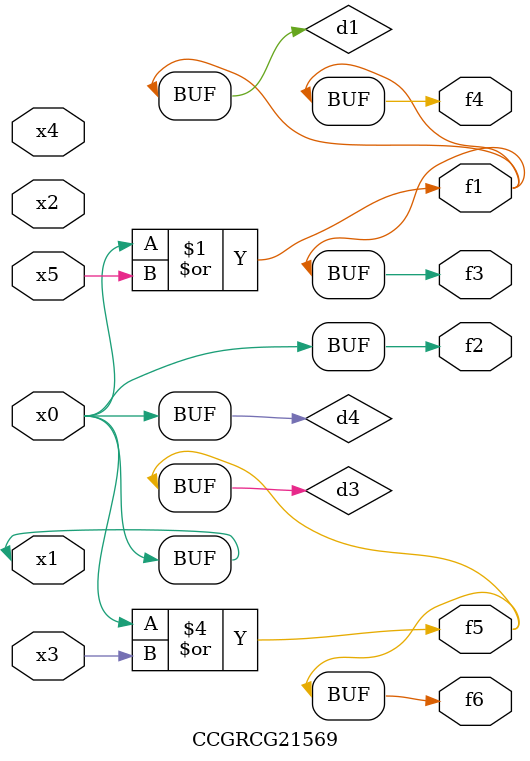
<source format=v>
module CCGRCG21569(
	input x0, x1, x2, x3, x4, x5,
	output f1, f2, f3, f4, f5, f6
);

	wire d1, d2, d3, d4;

	or (d1, x0, x5);
	xnor (d2, x1, x4);
	or (d3, x0, x3);
	buf (d4, x0, x1);
	assign f1 = d1;
	assign f2 = d4;
	assign f3 = d1;
	assign f4 = d1;
	assign f5 = d3;
	assign f6 = d3;
endmodule

</source>
